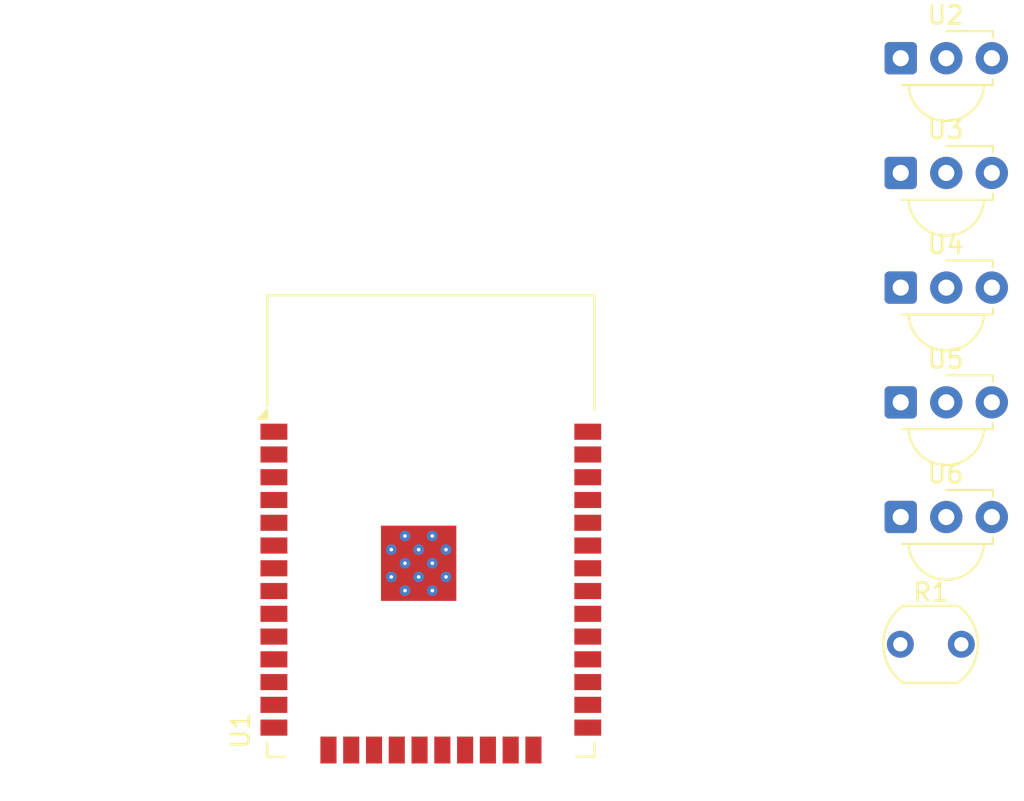
<source format=kicad_pcb>
(kicad_pcb (version 20241229) (generator "pcbnew") (generator_version "9.0")
  (layers (0 "F.Cu" signal) (2 "B.Cu" signal) (13 "F.Paste" user) (15 "B.Paste" user) (5 "F.SilkS" user "F.Silkscreen") (7 "B.SilkS" user "B.Silkscreen") (1 "F.Mask" user) (3 "B.Mask" user) (25 "Edge.Cuts" user))
  (net 0 "")
  (net 1 "+5V")
  (net 2 "Net-(U1-IO34)")
  (net 3 "Net-(U1-IO17)")
  (net 4 "Net-(U1-GND-Pad1)")
  (net 5 "Net-(U1-IO23)")
  (net 6 "Net-(U1-IO16)")
  (net 11 "Net-(U1-IO21)")
  (net 12 "Net-(BZ1-+)")
  (net 17 "Net-(U1-IO4)")
  (net 21 "Net-(U1-IO18)")
  (net 26 "Net-(U1-IO19)")
  (net 35 "Net-(U1-IO22)")
  (net 36 "Net-(U1-IO27)")
  (net 37 "GND")
  (footprint "OptoDevice:Vishay_MINICAST-3Pin" (layer "F.Cu") (at 139.62 70.5)
    (property "Reference" "U5" (at 2.5 -2.4 180) (layer "F.SilkS"))
    (property "Value" "TSSP58038")
    (fp_line (start 5.14 -1.51) (end 2.54 -1.51) (stroke (width 0.12)) (layer "F.SilkS"))
    (fp_line (start 5.14 -1.16) (end 5.14 -1.51) (stroke (width 0.12)) (layer "F.SilkS"))
    (fp_line (start 5.14 1.16) (end 5.14 1.5) (stroke (width 0.12)) (layer "F.SilkS"))
    (fp_line (start 5.14 1.5) (end 0.05 1.5) (stroke (width 0.12)) (layer "F.SilkS"))
    (fp_arc (start 4.64 1.5) (mid 2.540869 3.502379) (end 0.440083 1.501736) (stroke (width 0.12)) (layer "F.SilkS"))
    (pad "1" thru_hole roundrect (at 0 0) (size 1.8 1.8) (drill 0.9) (layers "*.Cu" "*.Mask") (roundrect_rratio 0.139) (net 17 "Net-(U1-IO4)"))
    (pad "2" thru_hole circle (at 2.54 0) (size 1.8 1.8) (drill 0.9) (layers "*.Cu" "*.Mask") (net 37 "GND"))
    (pad "3" thru_hole circle (at 5.08 0) (size 1.8 1.8) (drill 0.9) (layers "*.Cu" "*.Mask") (net 1 "+5V"))
  )
  (footprint "OptoDevice:Vishay_MINICAST-3Pin" (layer "F.Cu") (at 139.62 76.9)
    (property "Reference" "U6" (at 2.5 -2.4 180) (layer "F.SilkS"))
    (property "Value" "TSSP58038")
    (fp_line (start 5.14 -1.51) (end 2.54 -1.51) (stroke (width 0.12)) (layer "F.SilkS"))
    (fp_line (start 5.14 -1.16) (end 5.14 -1.51) (stroke (width 0.12)) (layer "F.SilkS"))
    (fp_line (start 5.14 1.16) (end 5.14 1.5) (stroke (width 0.12)) (layer "F.SilkS"))
    (fp_line (start 5.14 1.5) (end 0.05 1.5) (stroke (width 0.12)) (layer "F.SilkS"))
    (fp_arc (start 4.64 1.5) (mid 2.540869 3.502379) (end 0.440083 1.501736) (stroke (width 0.12)) (layer "F.SilkS"))
    (pad "1" thru_hole roundrect (at 0 0) (size 1.8 1.8) (drill 0.9) (layers "*.Cu" "*.Mask") (roundrect_rratio 0.139) (net 36 "Net-(U1-IO27)"))
    (pad "2" thru_hole circle (at 2.54 0) (size 1.8 1.8) (drill 0.9) (layers "*.Cu" "*.Mask") (net 37 "GND"))
    (pad "3" thru_hole circle (at 5.08 0) (size 1.8 1.8) (drill 0.9) (layers "*.Cu" "*.Mask") (net 1 "+5V"))
  )
  (footprint "OptoDevice:Vishay_MINICAST-3Pin" (layer "F.Cu") (at 139.62 51.3)
    (property "Reference" "U2" (at 2.5 -2.4 180) (layer "F.SilkS"))
    (property "Value" "TSSP58038")
    (fp_line (start 5.14 -1.51) (end 2.54 -1.51) (stroke (width 0.12)) (layer "F.SilkS"))
    (fp_line (start 5.14 -1.16) (end 5.14 -1.51) (stroke (width 0.12)) (layer "F.SilkS"))
    (fp_line (start 5.14 1.16) (end 5.14 1.5) (stroke (width 0.12)) (layer "F.SilkS"))
    (fp_line (start 5.14 1.5) (end 0.05 1.5) (stroke (width 0.12)) (layer "F.SilkS"))
    (fp_arc (start 4.64 1.5) (mid 2.540869 3.502379) (end 0.440083 1.501736) (stroke (width 0.12)) (layer "F.SilkS"))
    (pad "1" thru_hole roundrect (at 0 0) (size 1.8 1.8) (drill 0.9) (layers "*.Cu" "*.Mask") (roundrect_rratio 0.139) (net 1 "+5V"))
    (pad "2" thru_hole circle (at 2.54 0) (size 1.8 1.8) (drill 0.9) (layers "*.Cu" "*.Mask") (net 37 "GND"))
    (pad "3" thru_hole circle (at 5.08 0) (size 1.8 1.8) (drill 0.9) (layers "*.Cu" "*.Mask") (net 1 "+5V"))
  )
  (footprint "OptoDevice:Vishay_MINICAST-3Pin" (layer "F.Cu") (at 139.62 64.1)
    (property "Reference" "U4" (at 2.5 -2.4 180) (layer "F.SilkS"))
    (property "Value" "TSSP58038")
    (fp_line (start 5.14 -1.51) (end 2.54 -1.51) (stroke (width 0.12)) (layer "F.SilkS"))
    (fp_line (start 5.14 -1.16) (end 5.14 -1.51) (stroke (width 0.12)) (layer "F.SilkS"))
    (fp_line (start 5.14 1.16) (end 5.14 1.5) (stroke (width 0.12)) (layer "F.SilkS"))
    (fp_line (start 5.14 1.5) (end 0.05 1.5) (stroke (width 0.12)) (layer "F.SilkS"))
    (fp_arc (start 4.64 1.5) (mid 2.540869 3.502379) (end 0.440083 1.501736) (stroke (width 0.12)) (layer "F.SilkS"))
    (pad "1" thru_hole roundrect (at 0 0) (size 1.8 1.8) (drill 0.9) (layers "*.Cu" "*.Mask") (roundrect_rratio 0.139) (net 6 "Net-(U1-IO16)"))
    (pad "2" thru_hole circle (at 2.54 0) (size 1.8 1.8) (drill 0.9) (layers "*.Cu" "*.Mask") (net 37 "GND"))
    (pad "3" thru_hole circle (at 5.08 0) (size 1.8 1.8) (drill 0.9) (layers "*.Cu" "*.Mask") (net 1 "+5V"))
  )
  (footprint "RF_Module:ESP32-WROOM-32" (layer "F.Cu") (at 113.42 80.39)
    (property "Reference" "U1" (at -10.61 8.43 90) (layer "F.SilkS"))
    (property "Value" "ESP32-WROOM-32")
    (fp_line (start -9.12 -15.86) (end -9.12 -9.7) (stroke (width 0.12)) (layer "F.SilkS"))
    (fp_line (start -9.12 -15.86) (end 9.12 -15.86) (stroke (width 0.12)) (layer "F.SilkS"))
    (fp_line (start -9.12 9.1) (end -9.12 9.88) (stroke (width 0.12)) (layer "F.SilkS"))
    (fp_line (start -9.12 9.88) (end -8.12 9.88) (stroke (width 0.12)) (layer "F.SilkS"))
    (fp_line (start 9.12 -15.86) (end 9.12 -9.445) (stroke (width 0.12)) (layer "F.SilkS"))
    (fp_line (start 9.12 9.1) (end 9.12 9.88) (stroke (width 0.12)) (layer "F.SilkS"))
    (fp_line (start 9.12 9.88) (end 8.12 9.88) (stroke (width 0.12)) (layer "F.SilkS"))
    (fp_poly (pts (xy -9.125 -8.975) (xy -9.625 -8.975) (xy -9.125 -9.475) (xy -9.125 -8.975)) (stroke (width 0.12)) (fill yes) (layer "F.SilkS"))
    (pad "1" smd rect (at -8.75 -8.25) (size 1.5 0.9) (layers "F.Cu" "F.Mask" "F.Paste") (net 4 "Net-(U1-GND-Pad1)"))
    (pad "2" smd rect (at -8.75 -6.98) (size 1.5 0.9) (layers "F.Cu" "F.Mask" "F.Paste"))
    (pad "3" smd rect (at -8.75 -5.71) (size 1.5 0.9) (layers "F.Cu" "F.Mask" "F.Paste"))
    (pad "4" smd rect (at -8.75 -4.44) (size 1.5 0.9) (layers "F.Cu" "F.Mask" "F.Paste"))
    (pad "5" smd rect (at -8.75 -3.17) (size 1.5 0.9) (layers "F.Cu" "F.Mask" "F.Paste"))
    (pad "6" smd rect (at -8.75 -1.9) (size 1.5 0.9) (layers "F.Cu" "F.Mask" "F.Paste") (net 2 "Net-(U1-IO34)"))
    (pad "7" smd rect (at -8.75 -0.63) (size 1.5 0.9) (layers "F.Cu" "F.Mask" "F.Paste"))
    (pad "8" smd rect (at -8.75 0.64) (size 1.5 0.9) (layers "F.Cu" "F.Mask" "F.Paste"))
    (pad "9" smd rect (at -8.75 1.91) (size 1.5 0.9) (layers "F.Cu" "F.Mask" "F.Paste"))
    (pad "10" smd rect (at -8.75 3.18) (size 1.5 0.9) (layers "F.Cu" "F.Mask" "F.Paste"))
    (pad "11" smd rect (at -8.75 4.45) (size 1.5 0.9) (layers "F.Cu" "F.Mask" "F.Paste") (net 12 "Net-(BZ1-+)"))
    (pad "12" smd rect (at -8.75 5.72) (size 1.5 0.9) (layers "F.Cu" "F.Mask" "F.Paste") (net 36 "Net-(U1-IO27)"))
    (pad "13" smd rect (at -8.75 6.99) (size 1.5 0.9) (layers "F.Cu" "F.Mask" "F.Paste"))
    (pad "14" smd rect (at -8.75 8.26) (size 1.5 0.9) (layers "F.Cu" "F.Mask" "F.Paste"))
    (pad "15" smd rect (at -5.71 9.51 90) (size 1.5 0.9) (layers "F.Cu" "F.Mask" "F.Paste") (net 4 "Net-(U1-GND-Pad1)"))
    (pad "16" smd rect (at -4.44 9.51 90) (size 1.5 0.9) (layers "F.Cu" "F.Mask" "F.Paste"))
    (pad "17" smd rect (at -3.17 9.51 90) (size 1.5 0.9) (layers "F.Cu" "F.Mask" "F.Paste"))
    (pad "18" smd rect (at -1.9 9.51 90) (size 1.5 0.9) (layers "F.Cu" "F.Mask" "F.Paste"))
    (pad "19" smd rect (at -0.63 9.51 90) (size 1.5 0.9) (layers "F.Cu" "F.Mask" "F.Paste"))
    (pad "20" smd rect (at 0.64 9.51 90) (size 1.5 0.9) (layers "F.Cu" "F.Mask" "F.Paste"))
    (pad "21" smd rect (at 1.91 9.51 90) (size 1.5 0.9) (layers "F.Cu" "F.Mask" "F.Paste"))
    (pad "22" smd rect (at 3.18 9.51 90) (size 1.5 0.9) (layers "F.Cu" "F.Mask" "F.Paste"))
    (pad "23" smd rect (at 4.45 9.51 90) (size 1.5 0.9) (layers "F.Cu" "F.Mask" "F.Paste"))
    (pad "24" smd rect (at 5.72 9.51 90) (size 1.5 0.9) (layers "F.Cu" "F.Mask" "F.Paste"))
    (pad "25" smd rect (at 8.75 8.26) (size 1.5 0.9) (layers "F.Cu" "F.Mask" "F.Paste"))
    (pad "26" smd rect (at 8.75 6.99) (size 1.5 0.9) (layers "F.Cu" "F.Mask" "F.Paste") (net 17 "Net-(U1-IO4)"))
    (pad "27" smd rect (at 8.75 5.72) (size 1.5 0.9) (layers "F.Cu" "F.Mask" "F.Paste") (net 6 "Net-(U1-IO16)"))
    (pad "28" smd rect (at 8.75 4.45) (size 1.5 0.9) (layers "F.Cu" "F.Mask" "F.Paste") (net 3 "Net-(U1-IO17)"))
    (pad "29" smd rect (at 8.75 3.18) (size 1.5 0.9) (layers "F.Cu" "F.Mask" "F.Paste") (net 1 "+5V"))
    (pad "30" smd rect (at 8.75 1.91) (size 1.5 0.9) (layers "F.Cu" "F.Mask" "F.Paste") (net 21 "Net-(U1-IO18)"))
    (pad "31" smd rect (at 8.75 0.64) (size 1.5 0.9) (layers "F.Cu" "F.Mask" "F.Paste") (net 26 "Net-(U1-IO19)"))
    (pad "32" smd rect (at 8.75 -0.63) (size 1.5 0.9) (layers "F.Cu" "F.Mask" "F.Paste"))
    (pad "33" smd rect (at 8.75 -1.9) (size 1.5 0.9) (layers "F.Cu" "F.Mask" "F.Paste") (net 11 "Net-(U1-IO21)"))
    (pad "34" smd rect (at 8.75 -3.17) (size 1.5 0.9) (layers "F.Cu" "F.Mask" "F.Paste"))
    (pad "35" smd rect (at 8.75 -4.44) (size 1.5 0.9) (layers "F.Cu" "F.Mask" "F.Paste"))
    (pad "36" smd rect (at 8.75 -5.71) (size 1.5 0.9) (layers "F.Cu" "F.Mask" "F.Paste") (net 35 "Net-(U1-IO22)"))
    (pad "37" smd rect (at 8.75 -6.98) (size 1.5 0.9) (layers "F.Cu" "F.Mask" "F.Paste") (net 5 "Net-(U1-IO23)"))
    (pad "38" smd rect (at 8.75 -8.25) (size 1.5 0.9) (layers "F.Cu" "F.Mask" "F.Paste") (net 4 "Net-(U1-GND-Pad1)"))
    (pad "39" smd rect (at -2.205 -2.435) (size 1.05 1.05) (layers "F.Cu" "F.Paste") (net 4 "Net-(U1-GND-Pad1)"))
    (pad "39" thru_hole circle (at -2.205 -1.6725) (size 0.6 0.6) (drill 0.2) (property pad_prop_heatsink) (layers "*.Cu" "F.Mask") (net 4 "Net-(U1-GND-Pad1)"))
    (pad "39" smd rect (at -2.205 -0.91) (size 1.05 1.05) (layers "F.Cu" "F.Paste") (net 4 "Net-(U1-GND-Pad1)"))
    (pad "39" thru_hole circle (at -2.205 -0.1475) (size 0.6 0.6) (drill 0.2) (property pad_prop_heatsink) (layers "*.Cu" "F.Mask") (net 4 "Net-(U1-GND-Pad1)"))
    (pad "39" smd rect (at -2.205 0.615) (size 1.05 1.05) (layers "F.Cu" "F.Paste") (net 4 "Net-(U1-GND-Pad1)"))
    (pad "39" thru_hole circle (at -1.4425 -2.435) (size 0.6 0.6) (drill 0.2) (property pad_prop_heatsink) (layers "*.Cu" "F.Mask") (net 4 "Net-(U1-GND-Pad1)"))
    (pad "39" thru_hole circle (at -1.4425 -0.91) (size 0.6 0.6) (drill 0.2) (property pad_prop_heatsink) (layers "*.Cu" "F.Mask") (net 4 "Net-(U1-GND-Pad1)"))
    (pad "39" thru_hole circle (at -1.4425 0.615) (size 0.6 0.6) (drill 0.2) (property pad_prop_heatsink) (layers "*.Cu" "F.Mask") (net 4 "Net-(U1-GND-Pad1)"))
    (pad "39" smd rect (at -0.68 -2.435) (size 1.05 1.05) (layers "F.Cu" "F.Paste") (net 4 "Net-(U1-GND-Pad1)"))
    (pad "39" thru_hole circle (at -0.68 -1.6725) (size 0.6 0.6) (drill 0.2) (property pad_prop_heatsink) (layers "*.Cu" "F.Mask") (net 4 "Net-(U1-GND-Pad1)"))
    (pad "39" smd rect (at -0.68 -0.91) (size 1.05 1.05) (layers "F.Cu" "F.Paste") (net 4 "Net-(U1-GND-Pad1)"))
    (pad "39" smd rect (at -0.68 -0.91) (size 4.2 4.2) (property pad_prop_heatsink) (layers "F.Cu" "F.Mask") (net 4 "Net-(U1-GND-Pad1)"))
    (pad "39" thru_hole circle (at -0.68 -0.1475) (size 0.6 0.6) (drill 0.2) (property pad_prop_heatsink) (layers "*.Cu" "F.Mask") (net 4 "Net-(U1-GND-Pad1)"))
    (pad "39" smd rect (at -0.68 0.615) (size 1.05 1.05) (layers "F.Cu" "F.Paste") (net 4 "Net-(U1-GND-Pad1)"))
    (pad "39" thru_hole circle (at 0.0825 -2.435) (size 0.6 0.6) (drill 0.2) (property pad_prop_heatsink) (layers "*.Cu" "F.Mask") (net 4 "Net-(U1-GND-Pad1)"))
    (pad "39" thru_hole circle (at 0.0825 -0.91) (size 0.6 0.6) (drill 0.2) (property pad_prop_heatsink) (layers "*.Cu" "F.Mask") (net 4 "Net-(U1-GND-Pad1)"))
    (pad "39" thru_hole circle (at 0.0825 0.615) (size 0.6 0.6) (drill 0.2) (property pad_prop_heatsink) (layers "*.Cu" "F.Mask") (net 4 "Net-(U1-GND-Pad1)"))
    (pad "39" smd rect (at 0.845 -2.435) (size 1.05 1.05) (layers "F.Cu" "F.Paste") (net 4 "Net-(U1-GND-Pad1)"))
    (pad "39" thru_hole circle (at 0.845 -1.6725) (size 0.6 0.6) (drill 0.2) (property pad_prop_heatsink) (layers "*.Cu" "F.Mask") (net 4 "Net-(U1-GND-Pad1)"))
    (pad "39" smd rect (at 0.845 -0.91) (size 1.05 1.05) (layers "F.Cu" "F.Paste") (net 4 "Net-(U1-GND-Pad1)"))
    (pad "39" thru_hole circle (at 0.845 -0.1475) (size 0.6 0.6) (drill 0.2) (property pad_prop_heatsink) (layers "*.Cu" "F.Mask") (net 4 "Net-(U1-GND-Pad1)"))
    (pad "39" smd rect (at 0.845 0.615) (size 1.05 1.05) (layers "F.Cu" "F.Paste") (net 4 "Net-(U1-GND-Pad1)"))
  )
  (footprint "OptoDevice:Vishay_MINICAST-3Pin" (layer "F.Cu") (at 139.62 57.7)
    (property "Reference" "U3" (at 2.5 -2.4 180) (layer "F.SilkS"))
    (property "Value" "TSSP58038")
    (fp_line (start 5.14 -1.51) (end 2.54 -1.51) (stroke (width 0.12)) (layer "F.SilkS"))
    (fp_line (start 5.14 -1.16) (end 5.14 -1.51) (stroke (width 0.12)) (layer "F.SilkS"))
    (fp_line (start 5.14 1.16) (end 5.14 1.5) (stroke (width 0.12)) (layer "F.SilkS"))
    (fp_line (start 5.14 1.5) (end 0.05 1.5) (stroke (width 0.12)) (layer "F.SilkS"))
    (fp_arc (start 4.64 1.5) (mid 2.540869 3.502379) (end 0.440083 1.501736) (stroke (width 0.12)) (layer "F.SilkS"))
    (pad "1" thru_hole roundrect (at 0 0) (size 1.8 1.8) (drill 0.9) (layers "*.Cu" "*.Mask") (roundrect_rratio 0.139) (net 3 "Net-(U1-IO17)"))
    (pad "2" thru_hole circle (at 2.54 0) (size 1.8 1.8) (drill 0.9) (layers "*.Cu" "*.Mask") (net 37 "GND"))
    (pad "3" thru_hole circle (at 5.08 0) (size 1.8 1.8) (drill 0.9) (layers "*.Cu" "*.Mask") (net 1 "+5V"))
  )
  (footprint "OptoDevice:R_LDR_5.1x4.3mm_P3.4mm_Vertical" (layer "F.Cu") (at 139.6 84)
    (property "Reference" "R1" (at 1.7 -2.9 0) (layer "F.SilkS"))
    (property "Value" "LDR07")
    (fp_line (start 0.15 -2.15) (end 3.2 -2.15) (stroke (width 0.12)) (layer "F.SilkS"))
    (fp_line (start 0.15 2.15) (end 3.2 2.15) (stroke (width 0.12)) (layer "F.SilkS"))
    (fp_arc (start 0.15 2.15) (mid -0.950438 -0.013368) (end 0.171766 -2.165525) (stroke (width 0.12)) (layer "F.SilkS"))
    (fp_arc (start 3.2 -2.15) (mid 4.321403 -0.027338) (end 3.244513 2.118249) (stroke (width 0.12)) (layer "F.SilkS"))
    (pad "1" thru_hole circle (at 0 0) (size 1.5 1.5) (drill 0.8) (layers "*.Cu" "*.Mask") (net 1 "+5V"))
    (pad "2" thru_hole circle (at 3.4 0) (size 1.5 1.5) (drill 0.8) (layers "*.Cu" "*.Mask") (net 2 "Net-(U1-IO34)"))
  )
)
</source>
